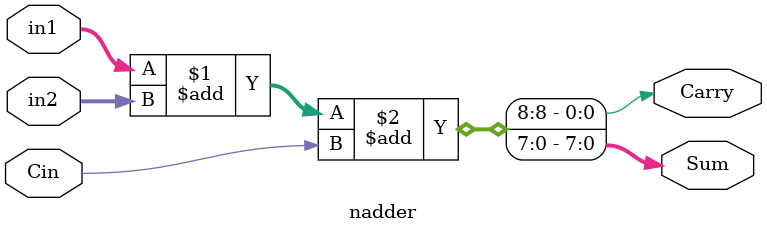
<source format=v>
module nadder #(parameter DWIDTH = 8)
(
	input [DWIDTH-1:0] in1,
	input [DWIDTH-1:0] in2,
	input Cin,

	output [DWIDTH-1:0] Sum,
	output Carry
);

assign {Carry, Sum} = in1 + in2 + Cin;
endmodule

</source>
